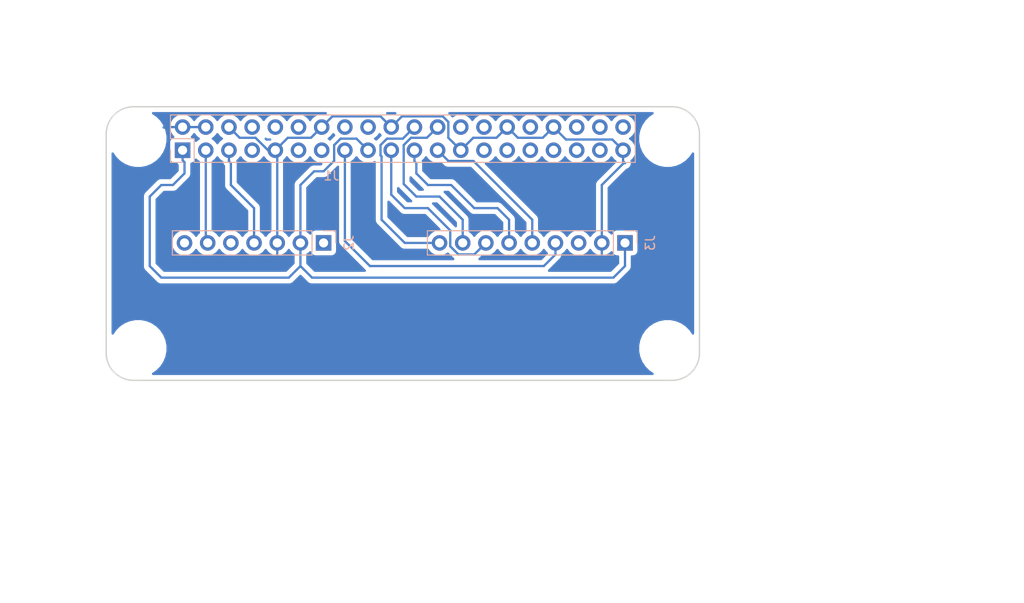
<source format=kicad_pcb>
(kicad_pcb (version 20171130) (host pcbnew "(5.1.2-1)-1")

  (general
    (thickness 1.6)
    (drawings 20)
    (tracks 118)
    (zones 0)
    (modules 7)
    (nets 36)
  )

  (page A4)
  (title_block
    (title "Raspberry Pi Zero (W) uHAT Template Board")
    (date 2019-02-28)
    (rev 1.0)
    (comment 1 "This PCB design is licensed under MIT Open Source License.")
  )

  (layers
    (0 F.Cu signal hide)
    (31 B.Cu signal)
    (32 B.Adhes user)
    (33 F.Adhes user)
    (34 B.Paste user)
    (35 F.Paste user)
    (36 B.SilkS user)
    (37 F.SilkS user)
    (38 B.Mask user)
    (39 F.Mask user)
    (40 Dwgs.User user)
    (41 Cmts.User user)
    (42 Eco1.User user)
    (43 Eco2.User user)
    (44 Edge.Cuts user)
    (45 Margin user)
    (46 B.CrtYd user)
    (47 F.CrtYd user)
    (48 B.Fab user hide)
    (49 F.Fab user hide)
  )

  (setup
    (last_trace_width 0.25)
    (trace_clearance 0.2)
    (zone_clearance 0.508)
    (zone_45_only no)
    (trace_min 0.2)
    (via_size 0.8)
    (via_drill 0.4)
    (via_min_size 0.4)
    (via_min_drill 0.3)
    (uvia_size 0.3)
    (uvia_drill 0.1)
    (uvias_allowed no)
    (uvia_min_size 0.2)
    (uvia_min_drill 0.1)
    (edge_width 0.15)
    (segment_width 0.2)
    (pcb_text_width 0.3)
    (pcb_text_size 1.5 1.5)
    (mod_edge_width 0.15)
    (mod_text_size 1 1)
    (mod_text_width 0.15)
    (pad_size 1.524 1.524)
    (pad_drill 0.762)
    (pad_to_mask_clearance 0.051)
    (solder_mask_min_width 0.25)
    (aux_axis_origin 0 0)
    (grid_origin 121.032 94.568)
    (visible_elements FFFF7F7F)
    (pcbplotparams
      (layerselection 0x010fc_ffffffff)
      (usegerberextensions false)
      (usegerberattributes false)
      (usegerberadvancedattributes false)
      (creategerberjobfile false)
      (excludeedgelayer true)
      (linewidth 0.100000)
      (plotframeref false)
      (viasonmask false)
      (mode 1)
      (useauxorigin false)
      (hpglpennumber 1)
      (hpglpenspeed 20)
      (hpglpendiameter 15.000000)
      (psnegative false)
      (psa4output false)
      (plotreference true)
      (plotvalue true)
      (plotinvisibletext false)
      (padsonsilk false)
      (subtractmaskfromsilk false)
      (outputformat 1)
      (mirror false)
      (drillshape 1)
      (scaleselection 1)
      (outputdirectory ""))
  )

  (net 0 "")
  (net 1 +3V3)
  (net 2 +5V)
  (net 3 /GPIO2_SDA1)
  (net 4 /GPIO3_SCL1)
  (net 5 GND)
  (net 6 /GPIO4_GPIO_GCLK)
  (net 7 /GPIO14_TXD0)
  (net 8 /GPIO15_RXD0)
  (net 9 /GPIO17_GEN0)
  (net 10 /GPIO18_GEN1)
  (net 11 /GPIO27_GEN2)
  (net 12 /GPIO22_GEN3)
  (net 13 /GPIO23_GEN4)
  (net 14 /GPIO24_GEN5)
  (net 15 /GPIO10_SPI_MOSI)
  (net 16 /GPIO9_SPI_MISO)
  (net 17 /GPIO25_GEN6)
  (net 18 /GPIO11_SPI_SCLK)
  (net 19 /GPIO8_SPI_CE0_N)
  (net 20 /GPIO7_SPI_CE1_N)
  (net 21 /ID_SD)
  (net 22 /ID_SC)
  (net 23 /GPIO5)
  (net 24 /GPIO6)
  (net 25 /GPIO12)
  (net 26 /GPIO13)
  (net 27 /GPIO19)
  (net 28 /GPIO16)
  (net 29 /GPIO26)
  (net 30 /GPIO20)
  (net 31 /GPIO21)
  (net 32 "Net-(J2-Pad7)")
  (net 33 "Net-(J2-Pad5)")
  (net 34 "Net-(J2-Pad1)")
  (net 35 "Net-(J3-Pad3)")

  (net_class Default "This is the default net class."
    (clearance 0.2)
    (trace_width 0.25)
    (via_dia 0.8)
    (via_drill 0.4)
    (uvia_dia 0.3)
    (uvia_drill 0.1)
    (add_net +3V3)
    (add_net +5V)
    (add_net /GPIO10_SPI_MOSI)
    (add_net /GPIO11_SPI_SCLK)
    (add_net /GPIO12)
    (add_net /GPIO13)
    (add_net /GPIO14_TXD0)
    (add_net /GPIO15_RXD0)
    (add_net /GPIO16)
    (add_net /GPIO17_GEN0)
    (add_net /GPIO18_GEN1)
    (add_net /GPIO19)
    (add_net /GPIO20)
    (add_net /GPIO21)
    (add_net /GPIO22_GEN3)
    (add_net /GPIO23_GEN4)
    (add_net /GPIO24_GEN5)
    (add_net /GPIO25_GEN6)
    (add_net /GPIO26)
    (add_net /GPIO27_GEN2)
    (add_net /GPIO2_SDA1)
    (add_net /GPIO3_SCL1)
    (add_net /GPIO4_GPIO_GCLK)
    (add_net /GPIO5)
    (add_net /GPIO6)
    (add_net /GPIO7_SPI_CE1_N)
    (add_net /GPIO8_SPI_CE0_N)
    (add_net /GPIO9_SPI_MISO)
    (add_net /ID_SC)
    (add_net /ID_SD)
    (add_net GND)
    (add_net "Net-(J2-Pad1)")
    (add_net "Net-(J2-Pad5)")
    (add_net "Net-(J2-Pad7)")
    (add_net "Net-(J3-Pad3)")
  )

  (module Connector_PinSocket_2.54mm:PinSocket_1x07_P2.54mm_Vertical (layer B.Cu) (tedit 5A19A433) (tstamp 5DA58E48)
    (at 141.352 105.998 90)
    (descr "Through hole straight socket strip, 1x07, 2.54mm pitch, single row (from Kicad 4.0.7), script generated")
    (tags "Through hole socket strip THT 1x07 2.54mm single row")
    (path /5DA5C111)
    (fp_text reference J2 (at 0 2.77 270) (layer B.SilkS)
      (effects (font (size 1 1) (thickness 0.15)) (justify mirror))
    )
    (fp_text value BME680_CONNECTOR (at 0 -18.01 270) (layer B.Fab)
      (effects (font (size 1 1) (thickness 0.15)) (justify mirror))
    )
    (fp_text user %R (at 0 -7.62) (layer B.Fab)
      (effects (font (size 1 1) (thickness 0.15)) (justify mirror))
    )
    (fp_line (start -1.8 -17) (end -1.8 1.8) (layer B.CrtYd) (width 0.05))
    (fp_line (start 1.75 -17) (end -1.8 -17) (layer B.CrtYd) (width 0.05))
    (fp_line (start 1.75 1.8) (end 1.75 -17) (layer B.CrtYd) (width 0.05))
    (fp_line (start -1.8 1.8) (end 1.75 1.8) (layer B.CrtYd) (width 0.05))
    (fp_line (start 0 1.33) (end 1.33 1.33) (layer B.SilkS) (width 0.12))
    (fp_line (start 1.33 1.33) (end 1.33 0) (layer B.SilkS) (width 0.12))
    (fp_line (start 1.33 -1.27) (end 1.33 -16.57) (layer B.SilkS) (width 0.12))
    (fp_line (start -1.33 -16.57) (end 1.33 -16.57) (layer B.SilkS) (width 0.12))
    (fp_line (start -1.33 -1.27) (end -1.33 -16.57) (layer B.SilkS) (width 0.12))
    (fp_line (start -1.33 -1.27) (end 1.33 -1.27) (layer B.SilkS) (width 0.12))
    (fp_line (start -1.27 -16.51) (end -1.27 1.27) (layer B.Fab) (width 0.1))
    (fp_line (start 1.27 -16.51) (end -1.27 -16.51) (layer B.Fab) (width 0.1))
    (fp_line (start 1.27 0.635) (end 1.27 -16.51) (layer B.Fab) (width 0.1))
    (fp_line (start 0.635 1.27) (end 1.27 0.635) (layer B.Fab) (width 0.1))
    (fp_line (start -1.27 1.27) (end 0.635 1.27) (layer B.Fab) (width 0.1))
    (pad 7 thru_hole oval (at 0 -15.24 90) (size 1.7 1.7) (drill 1) (layers *.Cu *.Mask)
      (net 32 "Net-(J2-Pad7)"))
    (pad 6 thru_hole oval (at 0 -12.7 90) (size 1.7 1.7) (drill 1) (layers *.Cu *.Mask)
      (net 3 /GPIO2_SDA1))
    (pad 5 thru_hole oval (at 0 -10.16 90) (size 1.7 1.7) (drill 1) (layers *.Cu *.Mask)
      (net 33 "Net-(J2-Pad5)"))
    (pad 4 thru_hole oval (at 0 -7.62 90) (size 1.7 1.7) (drill 1) (layers *.Cu *.Mask)
      (net 4 /GPIO3_SCL1))
    (pad 3 thru_hole oval (at 0 -5.08 90) (size 1.7 1.7) (drill 1) (layers *.Cu *.Mask)
      (net 5 GND))
    (pad 2 thru_hole oval (at 0 -2.54 90) (size 1.7 1.7) (drill 1) (layers *.Cu *.Mask)
      (net 1 +3V3))
    (pad 1 thru_hole rect (at 0 0 90) (size 1.7 1.7) (drill 1) (layers *.Cu *.Mask)
      (net 34 "Net-(J2-Pad1)"))
    (model ${KISYS3DMOD}/Connector_PinSocket_2.54mm.3dshapes/PinSocket_1x07_P2.54mm_Vertical.wrl
      (at (xyz 0 0 0))
      (scale (xyz 1 1 1))
      (rotate (xyz 0 0 0))
    )
  )

  (module Connector_PinSocket_2.54mm:PinSocket_1x09_P2.54mm_Vertical (layer B.Cu) (tedit 5A19A431) (tstamp 5DA58DF6)
    (at 174.372 105.998 90)
    (descr "Through hole straight socket strip, 1x09, 2.54mm pitch, single row (from Kicad 4.0.7), script generated")
    (tags "Through hole socket strip THT 1x09 2.54mm single row")
    (path /5DA5D048)
    (fp_text reference J3 (at 0 2.77 270) (layer B.SilkS)
      (effects (font (size 1 1) (thickness 0.15)) (justify mirror))
    )
    (fp_text value RFM95W_CONNECTOR (at 0 -23.09 270) (layer B.Fab)
      (effects (font (size 1 1) (thickness 0.15)) (justify mirror))
    )
    (fp_line (start -1.27 1.27) (end 0.635 1.27) (layer B.Fab) (width 0.1))
    (fp_line (start 0.635 1.27) (end 1.27 0.635) (layer B.Fab) (width 0.1))
    (fp_line (start 1.27 0.635) (end 1.27 -21.59) (layer B.Fab) (width 0.1))
    (fp_line (start 1.27 -21.59) (end -1.27 -21.59) (layer B.Fab) (width 0.1))
    (fp_line (start -1.27 -21.59) (end -1.27 1.27) (layer B.Fab) (width 0.1))
    (fp_line (start -1.33 -1.27) (end 1.33 -1.27) (layer B.SilkS) (width 0.12))
    (fp_line (start -1.33 -1.27) (end -1.33 -21.65) (layer B.SilkS) (width 0.12))
    (fp_line (start -1.33 -21.65) (end 1.33 -21.65) (layer B.SilkS) (width 0.12))
    (fp_line (start 1.33 -1.27) (end 1.33 -21.65) (layer B.SilkS) (width 0.12))
    (fp_line (start 1.33 1.33) (end 1.33 0) (layer B.SilkS) (width 0.12))
    (fp_line (start 0 1.33) (end 1.33 1.33) (layer B.SilkS) (width 0.12))
    (fp_line (start -1.8 1.8) (end 1.75 1.8) (layer B.CrtYd) (width 0.05))
    (fp_line (start 1.75 1.8) (end 1.75 -22.1) (layer B.CrtYd) (width 0.05))
    (fp_line (start 1.75 -22.1) (end -1.8 -22.1) (layer B.CrtYd) (width 0.05))
    (fp_line (start -1.8 -22.1) (end -1.8 1.8) (layer B.CrtYd) (width 0.05))
    (fp_text user %R (at 0 -10.16) (layer B.Fab)
      (effects (font (size 1 1) (thickness 0.15)) (justify mirror))
    )
    (pad 1 thru_hole rect (at 0 0 90) (size 1.7 1.7) (drill 1) (layers *.Cu *.Mask)
      (net 1 +3V3))
    (pad 2 thru_hole oval (at 0 -2.54 90) (size 1.7 1.7) (drill 1) (layers *.Cu *.Mask)
      (net 5 GND))
    (pad 3 thru_hole oval (at 0 -5.08 90) (size 1.7 1.7) (drill 1) (layers *.Cu *.Mask)
      (net 35 "Net-(J3-Pad3)"))
    (pad 4 thru_hole oval (at 0 -7.62 90) (size 1.7 1.7) (drill 1) (layers *.Cu *.Mask)
      (net 12 /GPIO22_GEN3))
    (pad 5 thru_hole oval (at 0 -10.16 90) (size 1.7 1.7) (drill 1) (layers *.Cu *.Mask)
      (net 18 /GPIO11_SPI_SCLK))
    (pad 6 thru_hole oval (at 0 -12.7 90) (size 1.7 1.7) (drill 1) (layers *.Cu *.Mask)
      (net 16 /GPIO9_SPI_MISO))
    (pad 7 thru_hole oval (at 0 -15.24 90) (size 1.7 1.7) (drill 1) (layers *.Cu *.Mask)
      (net 15 /GPIO10_SPI_MOSI))
    (pad 8 thru_hole oval (at 0 -17.78 90) (size 1.7 1.7) (drill 1) (layers *.Cu *.Mask)
      (net 19 /GPIO8_SPI_CE0_N))
    (pad 9 thru_hole oval (at 0 -20.32 90) (size 1.7 1.7) (drill 1) (layers *.Cu *.Mask)
      (net 17 /GPIO25_GEN6))
    (model ${KISYS3DMOD}/Connector_PinSocket_2.54mm.3dshapes/PinSocket_1x09_P2.54mm_Vertical.wrl
      (at (xyz 0 0 0))
      (scale (xyz 1 1 1))
      (rotate (xyz 0 0 0))
    )
  )

  (module lib:PinSocket_2x20_P2.54mm_Vertical_Centered_Anchor (layer B.Cu) (tedit 5C78E1B8) (tstamp 5C78EB08)
    (at 125.902 95.838 270)
    (descr "Through hole straight socket strip, 2x20, 2.54mm pitch, double cols (from Kicad 4.0.7), script generated")
    (tags "Through hole socket strip THT 2x20 2.54mm double row")
    (path /5C77771F)
    (fp_text reference J1 (at 2.8 -16.3) (layer B.SilkS)
      (effects (font (size 1 1) (thickness 0.15)) (justify mirror))
    )
    (fp_text value GPIO_CONNECTOR (at 2.7 -27.3) (layer B.Fab)
      (effects (font (size 1 1) (thickness 0.15)) (justify mirror))
    )
    (fp_line (start -3.81 1.27) (end 0.27 1.27) (layer B.Fab) (width 0.1))
    (fp_line (start 0.27 1.27) (end 1.27 0.27) (layer B.Fab) (width 0.1))
    (fp_line (start 1.27 0.27) (end 1.27 -49.53) (layer B.Fab) (width 0.1))
    (fp_line (start 1.27 -49.53) (end -3.81 -49.53) (layer B.Fab) (width 0.1))
    (fp_line (start -3.81 -49.53) (end -3.81 1.27) (layer B.Fab) (width 0.1))
    (fp_line (start -3.87 1.33) (end -1.27 1.33) (layer B.SilkS) (width 0.12))
    (fp_line (start -3.87 1.33) (end -3.87 -49.59) (layer B.SilkS) (width 0.12))
    (fp_line (start -3.87 -49.59) (end 1.33 -49.59) (layer B.SilkS) (width 0.12))
    (fp_line (start 1.33 -1.27) (end 1.33 -49.59) (layer B.SilkS) (width 0.12))
    (fp_line (start -1.27 -1.27) (end 1.33 -1.27) (layer B.SilkS) (width 0.12))
    (fp_line (start -1.27 1.33) (end -1.27 -1.27) (layer B.SilkS) (width 0.12))
    (fp_line (start 1.33 1.33) (end 1.33 0) (layer B.SilkS) (width 0.12))
    (fp_line (start 0 1.33) (end 1.33 1.33) (layer B.SilkS) (width 0.12))
    (fp_line (start -4.34 1.8) (end 1.76 1.8) (layer B.CrtYd) (width 0.05))
    (fp_line (start 1.76 1.8) (end 1.76 -50) (layer B.CrtYd) (width 0.05))
    (fp_line (start 1.76 -50) (end -4.34 -50) (layer B.CrtYd) (width 0.05))
    (fp_line (start -4.34 -50) (end -4.34 1.8) (layer B.CrtYd) (width 0.05))
    (fp_text user %R (at 2.8 -18.3 180) (layer B.Fab)
      (effects (font (size 1 1) (thickness 0.15)) (justify mirror))
    )
    (pad 1 thru_hole rect (at 0 0 270) (size 1.7 1.7) (drill 1) (layers *.Cu *.Mask)
      (net 1 +3V3))
    (pad 2 thru_hole oval (at -2.54 0 270) (size 1.7 1.7) (drill 1) (layers *.Cu *.Mask)
      (net 2 +5V))
    (pad 3 thru_hole oval (at 0 -2.54 270) (size 1.7 1.7) (drill 1) (layers *.Cu *.Mask)
      (net 3 /GPIO2_SDA1))
    (pad 4 thru_hole oval (at -2.54 -2.54 270) (size 1.7 1.7) (drill 1) (layers *.Cu *.Mask)
      (net 2 +5V))
    (pad 5 thru_hole oval (at 0 -5.08 270) (size 1.7 1.7) (drill 1) (layers *.Cu *.Mask)
      (net 4 /GPIO3_SCL1))
    (pad 6 thru_hole oval (at -2.54 -5.08 270) (size 1.7 1.7) (drill 1) (layers *.Cu *.Mask)
      (net 5 GND))
    (pad 7 thru_hole oval (at 0 -7.62 270) (size 1.7 1.7) (drill 1) (layers *.Cu *.Mask)
      (net 6 /GPIO4_GPIO_GCLK))
    (pad 8 thru_hole oval (at -2.54 -7.62 270) (size 1.7 1.7) (drill 1) (layers *.Cu *.Mask)
      (net 7 /GPIO14_TXD0))
    (pad 9 thru_hole oval (at 0 -10.16 270) (size 1.7 1.7) (drill 1) (layers *.Cu *.Mask)
      (net 5 GND))
    (pad 10 thru_hole oval (at -2.54 -10.16 270) (size 1.7 1.7) (drill 1) (layers *.Cu *.Mask)
      (net 8 /GPIO15_RXD0))
    (pad 11 thru_hole oval (at 0 -12.7 270) (size 1.7 1.7) (drill 1) (layers *.Cu *.Mask)
      (net 9 /GPIO17_GEN0))
    (pad 12 thru_hole oval (at -2.54 -12.7 270) (size 1.7 1.7) (drill 1) (layers *.Cu *.Mask)
      (net 10 /GPIO18_GEN1))
    (pad 13 thru_hole oval (at 0 -15.24 270) (size 1.7 1.7) (drill 1) (layers *.Cu *.Mask)
      (net 11 /GPIO27_GEN2))
    (pad 14 thru_hole oval (at -2.54 -15.24 270) (size 1.7 1.7) (drill 1) (layers *.Cu *.Mask)
      (net 5 GND))
    (pad 15 thru_hole oval (at 0 -17.78 270) (size 1.7 1.7) (drill 1) (layers *.Cu *.Mask)
      (net 12 /GPIO22_GEN3))
    (pad 16 thru_hole oval (at -2.54 -17.78 270) (size 1.7 1.7) (drill 1) (layers *.Cu *.Mask)
      (net 13 /GPIO23_GEN4))
    (pad 17 thru_hole oval (at 0 -20.32 270) (size 1.7 1.7) (drill 1) (layers *.Cu *.Mask)
      (net 1 +3V3))
    (pad 18 thru_hole oval (at -2.54 -20.32 270) (size 1.7 1.7) (drill 1) (layers *.Cu *.Mask)
      (net 14 /GPIO24_GEN5))
    (pad 19 thru_hole oval (at 0 -22.86 270) (size 1.7 1.7) (drill 1) (layers *.Cu *.Mask)
      (net 15 /GPIO10_SPI_MOSI))
    (pad 20 thru_hole oval (at -2.54 -22.86 270) (size 1.7 1.7) (drill 1) (layers *.Cu *.Mask)
      (net 5 GND))
    (pad 21 thru_hole oval (at 0 -25.4 270) (size 1.7 1.7) (drill 1) (layers *.Cu *.Mask)
      (net 16 /GPIO9_SPI_MISO))
    (pad 22 thru_hole oval (at -2.54 -25.4 270) (size 1.7 1.7) (drill 1) (layers *.Cu *.Mask)
      (net 17 /GPIO25_GEN6))
    (pad 23 thru_hole oval (at 0 -27.94 270) (size 1.7 1.7) (drill 1) (layers *.Cu *.Mask)
      (net 18 /GPIO11_SPI_SCLK))
    (pad 24 thru_hole oval (at -2.54 -27.94 270) (size 1.7 1.7) (drill 1) (layers *.Cu *.Mask)
      (net 19 /GPIO8_SPI_CE0_N))
    (pad 25 thru_hole oval (at 0 -30.48 270) (size 1.7 1.7) (drill 1) (layers *.Cu *.Mask)
      (net 5 GND))
    (pad 26 thru_hole oval (at -2.54 -30.48 270) (size 1.7 1.7) (drill 1) (layers *.Cu *.Mask)
      (net 20 /GPIO7_SPI_CE1_N))
    (pad 27 thru_hole oval (at 0 -33.02 270) (size 1.7 1.7) (drill 1) (layers *.Cu *.Mask)
      (net 21 /ID_SD))
    (pad 28 thru_hole oval (at -2.54 -33.02 270) (size 1.7 1.7) (drill 1) (layers *.Cu *.Mask)
      (net 22 /ID_SC))
    (pad 29 thru_hole oval (at 0 -35.56 270) (size 1.7 1.7) (drill 1) (layers *.Cu *.Mask)
      (net 23 /GPIO5))
    (pad 30 thru_hole oval (at -2.54 -35.56 270) (size 1.7 1.7) (drill 1) (layers *.Cu *.Mask)
      (net 5 GND))
    (pad 31 thru_hole oval (at 0 -38.1 270) (size 1.7 1.7) (drill 1) (layers *.Cu *.Mask)
      (net 24 /GPIO6))
    (pad 32 thru_hole oval (at -2.54 -38.1 270) (size 1.7 1.7) (drill 1) (layers *.Cu *.Mask)
      (net 25 /GPIO12))
    (pad 33 thru_hole oval (at 0 -40.64 270) (size 1.7 1.7) (drill 1) (layers *.Cu *.Mask)
      (net 26 /GPIO13))
    (pad 34 thru_hole oval (at -2.54 -40.64 270) (size 1.7 1.7) (drill 1) (layers *.Cu *.Mask)
      (net 5 GND))
    (pad 35 thru_hole oval (at 0 -43.18 270) (size 1.7 1.7) (drill 1) (layers *.Cu *.Mask)
      (net 27 /GPIO19))
    (pad 36 thru_hole oval (at -2.54 -43.18 270) (size 1.7 1.7) (drill 1) (layers *.Cu *.Mask)
      (net 28 /GPIO16))
    (pad 37 thru_hole oval (at 0 -45.72 270) (size 1.7 1.7) (drill 1) (layers *.Cu *.Mask)
      (net 29 /GPIO26))
    (pad 38 thru_hole oval (at -2.54 -45.72 270) (size 1.7 1.7) (drill 1) (layers *.Cu *.Mask)
      (net 30 /GPIO20))
    (pad 39 thru_hole oval (at 0 -48.26 270) (size 1.7 1.7) (drill 1) (layers *.Cu *.Mask)
      (net 5 GND))
    (pad 40 thru_hole oval (at -2.54 -48.26 270) (size 1.7 1.7) (drill 1) (layers *.Cu *.Mask)
      (net 31 /GPIO21))
    (model ${KISYS3DMOD}/Connector_PinSocket_2.54mm.3dshapes/PinSocket_2x20_P2.54mm_Vertical.wrl
      (at (xyz 0 0 0))
      (scale (xyz 1 1 1))
      (rotate (xyz 0 0 0))
    )
  )

  (module lib:MountingHole_2.7mm_M2.5_uHAT_RPi locked (layer F.Cu) (tedit 5C78B840) (tstamp 5C78BBE2)
    (at 121.032 94.568)
    (descr "Mounting Hole 2.7mm, no annular, M2.5")
    (tags "mounting hole 2.7mm no annular m2.5")
    (path /5C7C4C81)
    (attr virtual)
    (fp_text reference H1 (at 0 -3.7) (layer F.SilkS) hide
      (effects (font (size 1 1) (thickness 0.15)))
    )
    (fp_text value MountingHole (at 0 3.7) (layer F.Fab) hide
      (effects (font (size 1 1) (thickness 0.15)))
    )
    (fp_text user %R (at 0.3 0) (layer F.Fab)
      (effects (font (size 1 1) (thickness 0.15)))
    )
    (fp_circle (center 0 0) (end 2.7 0) (layer Cmts.User) (width 0.15))
    (fp_circle (center 0 0) (end 2.95 0) (layer F.CrtYd) (width 0.05))
    (pad "" np_thru_hole circle (at 0 0) (size 2.7 2.7) (drill 2.7) (layers *.Cu *.Mask)
      (clearance 1.75))
  )

  (module lib:MountingHole_2.7mm_M2.5_uHAT_RPi locked (layer F.Cu) (tedit 5C78B867) (tstamp 5C78BBE9)
    (at 179.032 94.568)
    (descr "Mounting Hole 2.7mm, no annular, M2.5")
    (tags "mounting hole 2.7mm no annular m2.5")
    (path /5C7C7FBC)
    (attr virtual)
    (fp_text reference H2 (at 0 -3.7) (layer F.SilkS) hide
      (effects (font (size 1 1) (thickness 0.15)))
    )
    (fp_text value MountingHole (at 0 3.7) (layer F.Fab) hide
      (effects (font (size 1 1) (thickness 0.15)))
    )
    (fp_circle (center 0 0) (end 2.95 0) (layer F.CrtYd) (width 0.05))
    (fp_circle (center 0 0) (end 2.7 0) (layer Cmts.User) (width 0.15))
    (fp_text user %R (at 0.3 0) (layer F.Fab)
      (effects (font (size 1 1) (thickness 0.15)))
    )
    (pad "" np_thru_hole circle (at 0 0) (size 2.7 2.7) (drill 2.7) (layers *.Cu *.Mask)
      (clearance 1.75))
  )

  (module lib:MountingHole_2.7mm_M2.5_uHAT_RPi locked (layer F.Cu) (tedit 5C78B860) (tstamp 5C78BBF0)
    (at 179.032 117.568)
    (descr "Mounting Hole 2.7mm, no annular, M2.5")
    (tags "mounting hole 2.7mm no annular m2.5")
    (path /5C7C8014)
    (attr virtual)
    (fp_text reference H3 (at 0 -3.7) (layer F.SilkS) hide
      (effects (font (size 1 1) (thickness 0.15)))
    )
    (fp_text value MountingHole (at 0 3.7) (layer F.Fab) hide
      (effects (font (size 1 1) (thickness 0.15)))
    )
    (fp_text user %R (at 0.3 0) (layer F.Fab)
      (effects (font (size 1 1) (thickness 0.15)))
    )
    (fp_circle (center 0 0) (end 2.7 0) (layer Cmts.User) (width 0.15))
    (fp_circle (center 0 0) (end 2.95 0) (layer F.CrtYd) (width 0.05))
    (pad "" np_thru_hole circle (at 0 0) (size 2.7 2.7) (drill 2.7) (layers *.Cu *.Mask)
      (clearance 1.75))
  )

  (module lib:MountingHole_2.7mm_M2.5_uHAT_RPi locked (layer F.Cu) (tedit 5C78B845) (tstamp 5C78BBF7)
    (at 121.032 117.568)
    (descr "Mounting Hole 2.7mm, no annular, M2.5")
    (tags "mounting hole 2.7mm no annular m2.5")
    (path /5C7C8030)
    (attr virtual)
    (fp_text reference H4 (at 0 -3.7) (layer F.SilkS) hide
      (effects (font (size 1 1) (thickness 0.15)))
    )
    (fp_text value MountingHole (at 0 3.7) (layer F.Fab) hide
      (effects (font (size 1 1) (thickness 0.15)))
    )
    (fp_circle (center 0 0) (end 2.95 0) (layer F.CrtYd) (width 0.05))
    (fp_circle (center 0 0) (end 2.7 0) (layer Cmts.User) (width 0.15))
    (fp_text user %R (at 0.3 0) (layer F.Fab)
      (effects (font (size 1 1) (thickness 0.15)))
    )
    (pad "" np_thru_hole circle (at 0 0) (size 2.7 2.7) (drill 2.7) (layers *.Cu *.Mask)
      (clearance 1.75))
  )

  (gr_text "Board dimensions are on Cmts (Comments) layer. \nDeselect it in Layers Manager to make them invisible.\n\nGPIO connector nets are not connected, these will get \nupdated as per your schematic/netlist." (at 120.524 139.272) (layer Cmts.User)
    (effects (font (size 1.5 1.5) (thickness 0.3)) (justify left))
  )
  (gr_text "Board Corner Radius = 3mm\nAll holes are M2.5" (at 184.278 87.202) (layer Cmts.User)
    (effects (font (size 1.5 1.5) (thickness 0.3)) (justify left))
  )
  (dimension 29 (width 0.3) (layer Cmts.User)
    (gr_text "29.000 mm" (at 135.532 103.868) (layer Cmts.User)
      (effects (font (size 1.5 1.5) (thickness 0.3)))
    )
    (feature1 (pts (xy 121.032 94.568) (xy 121.032 102.354421)))
    (feature2 (pts (xy 150.032 94.568) (xy 150.032 102.354421)))
    (crossbar (pts (xy 150.032 101.768) (xy 121.032 101.768)))
    (arrow1a (pts (xy 121.032 101.768) (xy 122.158504 101.181579)))
    (arrow1b (pts (xy 121.032 101.768) (xy 122.158504 102.354421)))
    (arrow2a (pts (xy 150.032 101.768) (xy 148.905496 101.181579)))
    (arrow2b (pts (xy 150.032 101.768) (xy 148.905496 102.354421)))
  )
  (dimension 6.2 (width 0.3) (layer Cmts.User)
    (gr_text "6.200 mm" (at 179.032 129.268) (layer Cmts.User)
      (effects (font (size 1.5 1.5) (thickness 0.3)))
    )
    (feature1 (pts (xy 182.132 117.568) (xy 182.132 127.754421)))
    (feature2 (pts (xy 175.932 117.568) (xy 175.932 127.754421)))
    (crossbar (pts (xy 175.932 127.168) (xy 182.132 127.168)))
    (arrow1a (pts (xy 182.132 127.168) (xy 181.005496 127.754421)))
    (arrow1b (pts (xy 182.132 127.168) (xy 181.005496 126.581579)))
    (arrow2a (pts (xy 175.932 127.168) (xy 177.058504 127.754421)))
    (arrow2b (pts (xy 175.932 127.168) (xy 177.058504 126.581579)))
  )
  (dimension 3.5 (width 0.3) (layer Cmts.User)
    (gr_text "3.500 mm" (at 111.432 119.318 270) (layer Cmts.User)
      (effects (font (size 1.5 1.5) (thickness 0.3)))
    )
    (feature1 (pts (xy 121.032 121.068) (xy 112.945579 121.068)))
    (feature2 (pts (xy 121.032 117.568) (xy 112.945579 117.568)))
    (crossbar (pts (xy 113.532 117.568) (xy 113.532 121.068)))
    (arrow1a (pts (xy 113.532 121.068) (xy 112.945579 119.941496)))
    (arrow1b (pts (xy 113.532 121.068) (xy 114.118421 119.941496)))
    (arrow2a (pts (xy 113.532 117.568) (xy 112.945579 118.694504)))
    (arrow2b (pts (xy 113.532 117.568) (xy 114.118421 118.694504)))
  )
  (dimension 3.5 (width 0.3) (layer Cmts.User)
    (gr_text "3.500 mm" (at 119.282 125.668) (layer Cmts.User)
      (effects (font (size 1.5 1.5) (thickness 0.3)))
    )
    (feature1 (pts (xy 117.532 117.568) (xy 117.532 124.154421)))
    (feature2 (pts (xy 121.032 117.568) (xy 121.032 124.154421)))
    (crossbar (pts (xy 121.032 123.568) (xy 117.532 123.568)))
    (arrow1a (pts (xy 117.532 123.568) (xy 118.658504 122.981579)))
    (arrow1b (pts (xy 117.532 123.568) (xy 118.658504 124.154421)))
    (arrow2a (pts (xy 121.032 123.568) (xy 119.905496 122.981579)))
    (arrow2b (pts (xy 121.032 123.568) (xy 119.905496 124.154421)))
  )
  (dimension 30 (width 0.3) (layer Cmts.User)
    (gr_text "30.000 mm" (at 194.132 106.068 270) (layer Cmts.User)
      (effects (font (size 1.5 1.5) (thickness 0.3)))
    )
    (feature1 (pts (xy 179.032 121.068) (xy 192.618421 121.068)))
    (feature2 (pts (xy 179.032 91.068) (xy 192.618421 91.068)))
    (crossbar (pts (xy 192.032 91.068) (xy 192.032 121.068)))
    (arrow1a (pts (xy 192.032 121.068) (xy 191.445579 119.941496)))
    (arrow1b (pts (xy 192.032 121.068) (xy 192.618421 119.941496)))
    (arrow2a (pts (xy 192.032 91.068) (xy 191.445579 92.194504)))
    (arrow2b (pts (xy 192.032 91.068) (xy 192.618421 92.194504)))
  )
  (dimension 23 (width 0.3) (layer Cmts.User)
    (gr_text "23.000 mm" (at 188.632 106.068 270) (layer Cmts.User)
      (effects (font (size 1.5 1.5) (thickness 0.3)))
    )
    (feature1 (pts (xy 179.032 117.568) (xy 187.118421 117.568)))
    (feature2 (pts (xy 179.032 94.568) (xy 187.118421 94.568)))
    (crossbar (pts (xy 186.532 94.568) (xy 186.532 117.568)))
    (arrow1a (pts (xy 186.532 117.568) (xy 185.945579 116.441496)))
    (arrow1b (pts (xy 186.532 117.568) (xy 187.118421 116.441496)))
    (arrow2a (pts (xy 186.532 94.568) (xy 185.945579 95.694504)))
    (arrow2b (pts (xy 186.532 94.568) (xy 187.118421 95.694504)))
  )
  (dimension 65 (width 0.3) (layer Cmts.User)
    (gr_text "65.000 mm" (at 150.032 80.468) (layer Cmts.User)
      (effects (font (size 1.5 1.5) (thickness 0.3)))
    )
    (feature1 (pts (xy 182.532 94.568) (xy 182.532 81.981579)))
    (feature2 (pts (xy 117.532 94.568) (xy 117.532 81.981579)))
    (crossbar (pts (xy 117.532 82.568) (xy 182.532 82.568)))
    (arrow1a (pts (xy 182.532 82.568) (xy 181.405496 83.154421)))
    (arrow1b (pts (xy 182.532 82.568) (xy 181.405496 81.981579)))
    (arrow2a (pts (xy 117.532 82.568) (xy 118.658504 83.154421)))
    (arrow2b (pts (xy 117.532 82.568) (xy 118.658504 81.981579)))
  )
  (dimension 58 (width 0.3) (layer Cmts.User)
    (gr_text "58.000 mm" (at 150.032 84.968) (layer Cmts.User)
      (effects (font (size 1.5 1.5) (thickness 0.3)))
    )
    (feature1 (pts (xy 179.032 94.568) (xy 179.032 86.481579)))
    (feature2 (pts (xy 121.032 94.568) (xy 121.032 86.481579)))
    (crossbar (pts (xy 121.032 87.068) (xy 179.032 87.068)))
    (arrow1a (pts (xy 179.032 87.068) (xy 177.905496 87.654421)))
    (arrow1b (pts (xy 179.032 87.068) (xy 177.905496 86.481579)))
    (arrow2a (pts (xy 121.032 87.068) (xy 122.158504 87.654421)))
    (arrow2b (pts (xy 121.032 87.068) (xy 122.158504 86.481579)))
  )
  (gr_line (start 121.032 121.068) (end 120.532 121.068) (layer Edge.Cuts) (width 0.15) (tstamp 5C77FCD3))
  (gr_line (start 179.032 121.068) (end 179.532 121.068) (layer Edge.Cuts) (width 0.15) (tstamp 5C77FCD0))
  (gr_line (start 182.532 94.068) (end 182.532 118.068) (layer Edge.Cuts) (width 0.15) (tstamp 5C77FCCD))
  (gr_line (start 120.532 91.068) (end 179.532 91.068) (layer Edge.Cuts) (width 0.15) (tstamp 5C77FCCA))
  (gr_line (start 117.532 118.068) (end 117.532 94.068) (layer Edge.Cuts) (width 0.15) (tstamp 5C77FCC7))
  (gr_arc (start 120.532 94.068) (end 120.532 91.068) (angle -90) (layer Edge.Cuts) (width 0.15) (tstamp 5C77FCC4))
  (gr_arc (start 120.532 118.068) (end 117.532 118.068) (angle -90) (layer Edge.Cuts) (width 0.15) (tstamp 5C77FCC1))
  (gr_arc (start 179.532 118.068) (end 179.532 121.068) (angle -90) (layer Edge.Cuts) (width 0.15) (tstamp 5C77FCBE))
  (gr_arc (start 179.532 94.068) (end 182.532 94.068) (angle -90) (layer Edge.Cuts) (width 0.15) (tstamp 5C77FCBB))
  (gr_line (start 121.032 121.068) (end 179.032 121.068) (layer Edge.Cuts) (width 0.15) (tstamp 5C77FCB8))

  (segment (start 135.096999 94.662999) (end 135.497999 94.662999) (width 0.25) (layer B.Cu) (net 0))
  (segment (start 135.002 94.568) (end 135.096999 94.662999) (width 0.25) (layer B.Cu) (net 0))
  (segment (start 125.902 96.938) (end 126.112 97.148) (width 0.25) (layer B.Cu) (net 1))
  (segment (start 125.902 95.838) (end 125.902 96.938) (width 0.25) (layer B.Cu) (net 1))
  (segment (start 126.112 97.148) (end 126.112 98.378) (width 0.25) (layer B.Cu) (net 1))
  (segment (start 126.112 98.378) (end 124.842 99.648) (width 0.25) (layer B.Cu) (net 1))
  (segment (start 124.842 99.648) (end 123.572 99.648) (width 0.25) (layer B.Cu) (net 1))
  (segment (start 123.572 99.648) (end 122.302 100.918) (width 0.25) (layer B.Cu) (net 1))
  (segment (start 122.302 100.918) (end 122.302 108.538) (width 0.25) (layer B.Cu) (net 1))
  (segment (start 122.302 108.538) (end 123.572 109.808) (width 0.25) (layer B.Cu) (net 1))
  (segment (start 123.572 109.808) (end 137.542 109.808) (width 0.25) (layer B.Cu) (net 1))
  (segment (start 138.812 108.538) (end 138.812 107.200081) (width 0.25) (layer B.Cu) (net 1))
  (segment (start 138.812 107.200081) (end 138.812 105.998) (width 0.25) (layer B.Cu) (net 1))
  (segment (start 137.542 109.808) (end 138.812 108.538) (width 0.25) (layer B.Cu) (net 1))
  (segment (start 140.082 109.808) (end 138.812 108.538) (width 0.25) (layer B.Cu) (net 1))
  (segment (start 173.102 109.808) (end 140.082 109.808) (width 0.25) (layer B.Cu) (net 1))
  (segment (start 174.372 108.538) (end 173.102 109.808) (width 0.25) (layer B.Cu) (net 1))
  (segment (start 174.372 105.998) (end 174.372 108.538) (width 0.25) (layer B.Cu) (net 1))
  (segment (start 138.812 104.728) (end 138.812 105.998) (width 0.25) (layer B.Cu) (net 1))
  (segment (start 138.812 99.648) (end 138.812 104.728) (width 0.25) (layer B.Cu) (net 1))
  (segment (start 140.312002 98.147998) (end 138.812 99.648) (width 0.25) (layer B.Cu) (net 1))
  (segment (start 142.506999 95.273999) (end 142.506999 96.992999) (width 0.25) (layer B.Cu) (net 1))
  (segment (start 141.352 98.147998) (end 140.312002 98.147998) (width 0.25) (layer B.Cu) (net 1))
  (segment (start 142.506999 96.992999) (end 141.352 98.147998) (width 0.25) (layer B.Cu) (net 1))
  (segment (start 143.212998 94.568) (end 142.506999 95.273999) (width 0.25) (layer B.Cu) (net 1))
  (segment (start 144.952 94.568) (end 143.212998 94.568) (width 0.25) (layer B.Cu) (net 1))
  (segment (start 146.222 95.838) (end 144.952 94.568) (width 0.25) (layer B.Cu) (net 1))
  (segment (start 125.902 93.298) (end 128.442 93.298) (width 0.25) (layer B.Cu) (net 2))
  (segment (start 125.902 93.298) (end 123.846758 93.298) (width 0.25) (layer B.Cu) (net 2))
  (segment (start 123.846758 93.298) (end 123.833769 93.356311) (width 0.25) (layer B.Cu) (net 2))
  (segment (start 128.442 105.788) (end 128.652 105.998) (width 0.25) (layer B.Cu) (net 3))
  (segment (start 128.442 95.838) (end 128.442 105.788) (width 0.25) (layer B.Cu) (net 3))
  (segment (start 130.982 97.040081) (end 131.192 97.250081) (width 0.25) (layer B.Cu) (net 4))
  (segment (start 130.982 95.838) (end 130.982 97.040081) (width 0.25) (layer B.Cu) (net 4))
  (segment (start 131.192 97.250081) (end 131.192 99.648) (width 0.25) (layer B.Cu) (net 4))
  (segment (start 133.732 102.188) (end 133.732 105.998) (width 0.25) (layer B.Cu) (net 4))
  (segment (start 131.192 99.648) (end 133.732 102.188) (width 0.25) (layer B.Cu) (net 4))
  (segment (start 174.162 97.040081) (end 174.372 97.250081) (width 0.25) (layer B.Cu) (net 5))
  (segment (start 174.162 95.838) (end 174.162 97.040081) (width 0.25) (layer B.Cu) (net 5))
  (segment (start 174.372 97.250081) (end 174.229919 97.250081) (width 0.25) (layer B.Cu) (net 5))
  (segment (start 174.229919 97.250081) (end 171.832 99.648) (width 0.25) (layer B.Cu) (net 5))
  (segment (start 171.832 99.648) (end 171.832 105.998) (width 0.25) (layer B.Cu) (net 5))
  (segment (start 136.272 96.048) (end 136.062 95.838) (width 0.25) (layer B.Cu) (net 5))
  (segment (start 136.272 105.998) (end 136.272 96.048) (width 0.25) (layer B.Cu) (net 5))
  (segment (start 135.261002 95.838) (end 136.062 95.838) (width 0.25) (layer B.Cu) (net 5))
  (segment (start 133.896003 94.473001) (end 135.261002 95.838) (width 0.25) (layer B.Cu) (net 5))
  (segment (start 132.157001 94.473001) (end 133.896003 94.473001) (width 0.25) (layer B.Cu) (net 5))
  (segment (start 130.982 93.298) (end 132.157001 94.473001) (width 0.25) (layer B.Cu) (net 5))
  (segment (start 140.292001 94.147999) (end 141.142 93.298) (width 0.25) (layer B.Cu) (net 5))
  (segment (start 137.426999 94.473001) (end 139.966999 94.473001) (width 0.25) (layer B.Cu) (net 5))
  (segment (start 139.966999 94.473001) (end 140.292001 94.147999) (width 0.25) (layer B.Cu) (net 5))
  (segment (start 136.062 95.838) (end 137.426999 94.473001) (width 0.25) (layer B.Cu) (net 5))
  (segment (start 147.586999 92.122999) (end 147.912001 92.448001) (width 0.25) (layer B.Cu) (net 5))
  (segment (start 147.912001 92.448001) (end 148.762 93.298) (width 0.25) (layer B.Cu) (net 5))
  (segment (start 142.317001 92.122999) (end 147.586999 92.122999) (width 0.25) (layer B.Cu) (net 5))
  (segment (start 141.142 93.298) (end 142.317001 92.122999) (width 0.25) (layer B.Cu) (net 5))
  (segment (start 155.532001 94.988001) (end 156.382 95.838) (width 0.25) (layer B.Cu) (net 5))
  (segment (start 155.017001 94.473001) (end 155.532001 94.988001) (width 0.25) (layer B.Cu) (net 5))
  (segment (start 155.017001 92.733999) (end 155.017001 94.473001) (width 0.25) (layer B.Cu) (net 5))
  (segment (start 154.406001 92.122999) (end 155.017001 92.733999) (width 0.25) (layer B.Cu) (net 5))
  (segment (start 149.937001 92.122999) (end 154.406001 92.122999) (width 0.25) (layer B.Cu) (net 5))
  (segment (start 148.762 93.298) (end 149.937001 92.122999) (width 0.25) (layer B.Cu) (net 5))
  (segment (start 160.286999 94.473001) (end 160.612001 94.147999) (width 0.25) (layer B.Cu) (net 5))
  (segment (start 160.612001 94.147999) (end 161.462 93.298) (width 0.25) (layer B.Cu) (net 5))
  (segment (start 157.746999 94.473001) (end 160.286999 94.473001) (width 0.25) (layer B.Cu) (net 5))
  (segment (start 156.382 95.838) (end 157.746999 94.473001) (width 0.25) (layer B.Cu) (net 5))
  (segment (start 165.692001 94.147999) (end 166.542 93.298) (width 0.25) (layer B.Cu) (net 5))
  (segment (start 165.366999 94.473001) (end 165.692001 94.147999) (width 0.25) (layer B.Cu) (net 5))
  (segment (start 162.637001 94.473001) (end 165.366999 94.473001) (width 0.25) (layer B.Cu) (net 5))
  (segment (start 161.462 93.298) (end 162.637001 94.473001) (width 0.25) (layer B.Cu) (net 5))
  (segment (start 167.906999 94.662999) (end 172.986999 94.662999) (width 0.25) (layer B.Cu) (net 5))
  (segment (start 173.312001 94.988001) (end 174.162 95.838) (width 0.25) (layer B.Cu) (net 5))
  (segment (start 172.986999 94.662999) (end 173.312001 94.988001) (width 0.25) (layer B.Cu) (net 5))
  (segment (start 166.542 93.298) (end 167.906999 94.662999) (width 0.25) (layer B.Cu) (net 5))
  (segment (start 171.832 108.538) (end 171.832 105.998) (width 0.25) (layer B.Cu) (net 5))
  (segment (start 136.272 105.998) (end 136.272 108.538) (width 0.25) (layer B.Cu) (net 5))
  (segment (start 146.432 108.538) (end 143.682 105.788) (width 0.25) (layer B.Cu) (net 12))
  (segment (start 166.752 107.268) (end 165.482 108.538) (width 0.25) (layer B.Cu) (net 12))
  (segment (start 143.682 105.788) (end 143.682 95.838) (width 0.25) (layer B.Cu) (net 12))
  (segment (start 165.482 108.538) (end 146.432 108.538) (width 0.25) (layer B.Cu) (net 12))
  (segment (start 166.752 105.998) (end 166.752 107.268) (width 0.25) (layer B.Cu) (net 12))
  (segment (start 150.242 102.188) (end 148.762 100.708) (width 0.25) (layer B.Cu) (net 15))
  (segment (start 155.227001 104.633001) (end 152.782 102.188) (width 0.25) (layer B.Cu) (net 15))
  (segment (start 148.762 100.708) (end 148.762 95.838) (width 0.25) (layer B.Cu) (net 15))
  (segment (start 152.782 102.188) (end 150.242 102.188) (width 0.25) (layer B.Cu) (net 15))
  (segment (start 156.122998 107.268) (end 155.227001 106.372003) (width 0.25) (layer B.Cu) (net 15))
  (segment (start 155.227001 106.372003) (end 155.227001 104.633001) (width 0.25) (layer B.Cu) (net 15))
  (segment (start 157.862 107.268) (end 156.122998 107.268) (width 0.25) (layer B.Cu) (net 15))
  (segment (start 159.132 105.998) (end 157.862 107.268) (width 0.25) (layer B.Cu) (net 15))
  (segment (start 151.302 97.040081) (end 151.512 97.250081) (width 0.25) (layer B.Cu) (net 16))
  (segment (start 151.302 95.838) (end 151.302 97.040081) (width 0.25) (layer B.Cu) (net 16))
  (segment (start 151.512 97.250081) (end 151.512 98.378) (width 0.25) (layer B.Cu) (net 16))
  (segment (start 151.512 98.378) (end 152.782 99.648) (width 0.25) (layer B.Cu) (net 16))
  (segment (start 152.782 99.648) (end 155.322 99.648) (width 0.25) (layer B.Cu) (net 16))
  (segment (start 155.322 99.648) (end 157.862 102.188) (width 0.25) (layer B.Cu) (net 16))
  (segment (start 157.862 102.188) (end 160.402 102.188) (width 0.25) (layer B.Cu) (net 16))
  (segment (start 161.672 103.458) (end 161.672 105.998) (width 0.25) (layer B.Cu) (net 16))
  (segment (start 160.402 102.188) (end 161.672 103.458) (width 0.25) (layer B.Cu) (net 16))
  (segment (start 148.292998 94.568) (end 150.032 94.568) (width 0.25) (layer B.Cu) (net 17))
  (segment (start 147.586999 96.402001) (end 147.586999 95.273999) (width 0.25) (layer B.Cu) (net 17))
  (segment (start 147.702 96.517002) (end 147.586999 96.402001) (width 0.25) (layer B.Cu) (net 17))
  (segment (start 147.702 103.458) (end 147.702 96.517002) (width 0.25) (layer B.Cu) (net 17))
  (segment (start 150.032 94.568) (end 151.302 93.298) (width 0.25) (layer B.Cu) (net 17))
  (segment (start 147.586999 95.273999) (end 148.292998 94.568) (width 0.25) (layer B.Cu) (net 17))
  (segment (start 150.242 105.998) (end 147.702 103.458) (width 0.25) (layer B.Cu) (net 17))
  (segment (start 154.052 105.998) (end 150.242 105.998) (width 0.25) (layer B.Cu) (net 17))
  (segment (start 155.017001 97.013001) (end 157.767001 97.013001) (width 0.25) (layer B.Cu) (net 18))
  (segment (start 153.842 95.838) (end 155.017001 97.013001) (width 0.25) (layer B.Cu) (net 18))
  (segment (start 164.212 103.458) (end 164.212 105.998) (width 0.25) (layer B.Cu) (net 18))
  (segment (start 157.767001 97.013001) (end 164.212 103.458) (width 0.25) (layer B.Cu) (net 18))
  (segment (start 156.592 103.458) (end 156.592 105.998) (width 0.25) (layer B.Cu) (net 19))
  (segment (start 151.512 100.918) (end 154.052 100.918) (width 0.25) (layer B.Cu) (net 19))
  (segment (start 154.052 100.918) (end 156.592 103.458) (width 0.25) (layer B.Cu) (net 19))
  (segment (start 153.842 93.298) (end 152.666999 94.473001) (width 0.25) (layer B.Cu) (net 19))
  (segment (start 150.126999 99.532999) (end 151.512 100.918) (width 0.25) (layer B.Cu) (net 19))
  (segment (start 150.927997 94.473001) (end 150.126999 95.273999) (width 0.25) (layer B.Cu) (net 19))
  (segment (start 150.126999 95.273999) (end 150.126999 99.532999) (width 0.25) (layer B.Cu) (net 19))
  (segment (start 152.666999 94.473001) (end 150.927997 94.473001) (width 0.25) (layer B.Cu) (net 19))

  (zone (net 0) (net_name "") (layer B.Cu) (tstamp 0) (hatch edge 0.508)
    (connect_pads (clearance 0.508))
    (min_thickness 0.254)
    (fill yes (arc_segments 32) (thermal_gap 0.508) (thermal_bridge_width 0.508))
    (polygon
      (pts
        (xy 115.952 90.758) (xy 183.262 90.758) (xy 183.262 122.508) (xy 115.952 122.508)
      )
    )
    (filled_polygon
      (pts
        (xy 141.507995 91.857203) (xy 141.433111 91.834487) (xy 141.21495 91.813) (xy 141.06905 91.813) (xy 140.850889 91.834487)
        (xy 140.570966 91.919401) (xy 140.312986 92.057294) (xy 140.086866 92.242866) (xy 139.901294 92.468986) (xy 139.872 92.523791)
        (xy 139.842706 92.468986) (xy 139.657134 92.242866) (xy 139.431014 92.057294) (xy 139.173034 91.919401) (xy 138.893111 91.834487)
        (xy 138.67495 91.813) (xy 138.52905 91.813) (xy 138.310889 91.834487) (xy 138.030966 91.919401) (xy 137.772986 92.057294)
        (xy 137.546866 92.242866) (xy 137.361294 92.468986) (xy 137.332 92.523791) (xy 137.302706 92.468986) (xy 137.117134 92.242866)
        (xy 136.891014 92.057294) (xy 136.633034 91.919401) (xy 136.353111 91.834487) (xy 136.13495 91.813) (xy 135.98905 91.813)
        (xy 135.770889 91.834487) (xy 135.490966 91.919401) (xy 135.232986 92.057294) (xy 135.006866 92.242866) (xy 134.821294 92.468986)
        (xy 134.792 92.523791) (xy 134.762706 92.468986) (xy 134.577134 92.242866) (xy 134.351014 92.057294) (xy 134.093034 91.919401)
        (xy 133.813111 91.834487) (xy 133.59495 91.813) (xy 133.44905 91.813) (xy 133.230889 91.834487) (xy 132.950966 91.919401)
        (xy 132.692986 92.057294) (xy 132.466866 92.242866) (xy 132.281294 92.468986) (xy 132.252 92.523791) (xy 132.222706 92.468986)
        (xy 132.037134 92.242866) (xy 131.811014 92.057294) (xy 131.553034 91.919401) (xy 131.273111 91.834487) (xy 131.05495 91.813)
        (xy 130.90905 91.813) (xy 130.690889 91.834487) (xy 130.410966 91.919401) (xy 130.152986 92.057294) (xy 129.926866 92.242866)
        (xy 129.741294 92.468986) (xy 129.712 92.523791) (xy 129.682706 92.468986) (xy 129.497134 92.242866) (xy 129.271014 92.057294)
        (xy 129.013034 91.919401) (xy 128.733111 91.834487) (xy 128.51495 91.813) (xy 128.36905 91.813) (xy 128.150889 91.834487)
        (xy 127.870966 91.919401) (xy 127.612986 92.057294) (xy 127.386866 92.242866) (xy 127.201294 92.468986) (xy 127.172 92.523791)
        (xy 127.142706 92.468986) (xy 126.957134 92.242866) (xy 126.731014 92.057294) (xy 126.473034 91.919401) (xy 126.193111 91.834487)
        (xy 125.97495 91.813) (xy 125.82905 91.813) (xy 125.610889 91.834487) (xy 125.330966 91.919401) (xy 125.072986 92.057294)
        (xy 124.846866 92.242866) (xy 124.661294 92.468986) (xy 124.523401 92.726966) (xy 124.438487 93.006889) (xy 124.409815 93.298)
        (xy 124.438487 93.589111) (xy 124.523401 93.869034) (xy 124.661294 94.127014) (xy 124.846866 94.353134) (xy 124.876687 94.377607)
        (xy 124.80782 94.398498) (xy 124.697506 94.457463) (xy 124.600815 94.536815) (xy 124.521463 94.633506) (xy 124.462498 94.74382)
        (xy 124.426188 94.863518) (xy 124.413928 94.988) (xy 124.413928 96.688) (xy 124.426188 96.812482) (xy 124.462498 96.93218)
        (xy 124.521463 97.042494) (xy 124.600815 97.139185) (xy 124.697506 97.218537) (xy 124.80782 97.277502) (xy 124.927518 97.313812)
        (xy 125.052 97.326072) (xy 125.247674 97.326072) (xy 125.267026 97.362276) (xy 125.338201 97.449002) (xy 125.352 97.465816)
        (xy 125.352001 98.063197) (xy 124.527199 98.888) (xy 123.609322 98.888) (xy 123.571999 98.884324) (xy 123.534676 98.888)
        (xy 123.534667 98.888) (xy 123.423014 98.898997) (xy 123.279753 98.942454) (xy 123.147724 99.013026) (xy 123.031999 99.107999)
        (xy 123.008201 99.136997) (xy 121.791003 100.354196) (xy 121.761999 100.377999) (xy 121.731015 100.415754) (xy 121.667026 100.493724)
        (xy 121.632127 100.559015) (xy 121.596454 100.625754) (xy 121.552997 100.769015) (xy 121.542 100.880668) (xy 121.542 100.880678)
        (xy 121.538324 100.918) (xy 121.542 100.955322) (xy 121.542001 108.500668) (xy 121.538324 108.538) (xy 121.542001 108.575332)
        (xy 121.542001 108.575333) (xy 121.552998 108.686986) (xy 121.56618 108.730442) (xy 121.596454 108.830246) (xy 121.667026 108.962276)
        (xy 121.737379 109.048) (xy 121.762 109.078001) (xy 121.790998 109.101799) (xy 123.008201 110.319003) (xy 123.031999 110.348001)
        (xy 123.147724 110.442974) (xy 123.279753 110.513546) (xy 123.423014 110.557003) (xy 123.534667 110.568) (xy 123.534676 110.568)
        (xy 123.571999 110.571676) (xy 123.609322 110.568) (xy 137.504678 110.568) (xy 137.542 110.571676) (xy 137.579322 110.568)
        (xy 137.579333 110.568) (xy 137.690986 110.557003) (xy 137.834247 110.513546) (xy 137.966276 110.442974) (xy 138.082001 110.348001)
        (xy 138.105804 110.318997) (xy 138.812 109.612802) (xy 139.518201 110.319003) (xy 139.541999 110.348001) (xy 139.657724 110.442974)
        (xy 139.789753 110.513546) (xy 139.933014 110.557003) (xy 140.044667 110.568) (xy 140.044676 110.568) (xy 140.081999 110.571676)
        (xy 140.119322 110.568) (xy 173.064678 110.568) (xy 173.102 110.571676) (xy 173.139322 110.568) (xy 173.139333 110.568)
        (xy 173.250986 110.557003) (xy 173.394247 110.513546) (xy 173.526276 110.442974) (xy 173.642001 110.348001) (xy 173.665804 110.318997)
        (xy 174.883003 109.101799) (xy 174.912001 109.078001) (xy 175.006974 108.962276) (xy 175.077546 108.830247) (xy 175.121003 108.686986)
        (xy 175.132 108.575333) (xy 175.132 108.575324) (xy 175.135676 108.538001) (xy 175.132 108.500678) (xy 175.132 107.486072)
        (xy 175.222 107.486072) (xy 175.346482 107.473812) (xy 175.46618 107.437502) (xy 175.576494 107.378537) (xy 175.673185 107.299185)
        (xy 175.752537 107.202494) (xy 175.811502 107.09218) (xy 175.847812 106.972482) (xy 175.860072 106.848) (xy 175.860072 105.148)
        (xy 175.847812 105.023518) (xy 175.811502 104.90382) (xy 175.752537 104.793506) (xy 175.673185 104.696815) (xy 175.576494 104.617463)
        (xy 175.46618 104.558498) (xy 175.346482 104.522188) (xy 175.222 104.509928) (xy 173.522 104.509928) (xy 173.397518 104.522188)
        (xy 173.27782 104.558498) (xy 173.167506 104.617463) (xy 173.070815 104.696815) (xy 172.991463 104.793506) (xy 172.932498 104.90382)
        (xy 172.911607 104.972687) (xy 172.887134 104.942866) (xy 172.661014 104.757294) (xy 172.592 104.720405) (xy 172.592 99.962801)
        (xy 174.570841 97.983961) (xy 174.664247 97.955627) (xy 174.796276 97.885055) (xy 174.912001 97.790082) (xy 175.006974 97.674357)
        (xy 175.077546 97.542328) (xy 175.121003 97.399067) (xy 175.135677 97.250081) (xy 175.121003 97.101095) (xy 175.089655 96.997753)
        (xy 175.217134 96.893134) (xy 175.402706 96.667014) (xy 175.540599 96.409034) (xy 175.625513 96.129111) (xy 175.654185 95.838)
        (xy 175.625513 95.546889) (xy 175.540599 95.266966) (xy 175.402706 95.008986) (xy 175.217134 94.782866) (xy 174.991014 94.597294)
        (xy 174.936209 94.568) (xy 174.991014 94.538706) (xy 175.217134 94.353134) (xy 175.402706 94.127014) (xy 175.540599 93.869034)
        (xy 175.625513 93.589111) (xy 175.654185 93.298) (xy 175.625513 93.006889) (xy 175.540599 92.726966) (xy 175.402706 92.468986)
        (xy 175.217134 92.242866) (xy 174.991014 92.057294) (xy 174.733034 91.919401) (xy 174.453111 91.834487) (xy 174.23495 91.813)
        (xy 174.08905 91.813) (xy 173.870889 91.834487) (xy 173.590966 91.919401) (xy 173.332986 92.057294) (xy 173.106866 92.242866)
        (xy 172.921294 92.468986) (xy 172.892 92.523791) (xy 172.862706 92.468986) (xy 172.677134 92.242866) (xy 172.451014 92.057294)
        (xy 172.193034 91.919401) (xy 171.913111 91.834487) (xy 171.69495 91.813) (xy 171.54905 91.813) (xy 171.330889 91.834487)
        (xy 171.050966 91.919401) (xy 170.792986 92.057294) (xy 170.566866 92.242866) (xy 170.381294 92.468986) (xy 170.352 92.523791)
        (xy 170.322706 92.468986) (xy 170.137134 92.242866) (xy 169.911014 92.057294) (xy 169.653034 91.919401) (xy 169.373111 91.834487)
        (xy 169.15495 91.813) (xy 169.00905 91.813) (xy 168.790889 91.834487) (xy 168.510966 91.919401) (xy 168.252986 92.057294)
        (xy 168.026866 92.242866) (xy 167.841294 92.468986) (xy 167.812 92.523791) (xy 167.782706 92.468986) (xy 167.597134 92.242866)
        (xy 167.371014 92.057294) (xy 167.113034 91.919401) (xy 166.833111 91.834487) (xy 166.61495 91.813) (xy 166.46905 91.813)
        (xy 166.250889 91.834487) (xy 165.970966 91.919401) (xy 165.712986 92.057294) (xy 165.486866 92.242866) (xy 165.301294 92.468986)
        (xy 165.272 92.523791) (xy 165.242706 92.468986) (xy 165.057134 92.242866) (xy 164.831014 92.057294) (xy 164.573034 91.919401)
        (xy 164.293111 91.834487) (xy 164.07495 91.813) (xy 163.92905 91.813) (xy 163.710889 91.834487) (xy 163.430966 91.919401)
        (xy 163.172986 92.057294) (xy 162.946866 92.242866) (xy 162.761294 92.468986) (xy 162.732 92.523791) (xy 162.702706 92.468986)
        (xy 162.517134 92.242866) (xy 162.291014 92.057294) (xy 162.033034 91.919401) (xy 161.753111 91.834487) (xy 161.53495 91.813)
        (xy 161.38905 91.813) (xy 161.170889 91.834487) (xy 160.890966 91.919401) (xy 160.632986 92.057294) (xy 160.406866 92.242866)
        (xy 160.221294 92.468986) (xy 160.192 92.523791) (xy 160.162706 92.468986) (xy 159.977134 92.242866) (xy 159.751014 92.057294)
        (xy 159.493034 91.919401) (xy 159.213111 91.834487) (xy 158.99495 91.813) (xy 158.84905 91.813) (xy 158.630889 91.834487)
        (xy 158.350966 91.919401) (xy 158.092986 92.057294) (xy 157.866866 92.242866) (xy 157.681294 92.468986) (xy 157.652 92.523791)
        (xy 157.622706 92.468986) (xy 157.437134 92.242866) (xy 157.211014 92.057294) (xy 156.953034 91.919401) (xy 156.673111 91.834487)
        (xy 156.45495 91.813) (xy 156.30905 91.813) (xy 156.090889 91.834487) (xy 155.810966 91.919401) (xy 155.552986 92.057294)
        (xy 155.477252 92.119447) (xy 155.135804 91.778) (xy 177.399083 91.778) (xy 176.974907 92.061425) (xy 176.525425 92.510907)
        (xy 176.17227 93.039442) (xy 175.929012 93.626719) (xy 175.805 94.250168) (xy 175.805 94.885832) (xy 175.929012 95.509281)
        (xy 176.17227 96.096558) (xy 176.525425 96.625093) (xy 176.974907 97.074575) (xy 177.503442 97.42773) (xy 178.090719 97.670988)
        (xy 178.714168 97.795) (xy 179.349832 97.795) (xy 179.973281 97.670988) (xy 180.560558 97.42773) (xy 181.089093 97.074575)
        (xy 181.538575 96.625093) (xy 181.822 96.200916) (xy 181.822001 115.935085) (xy 181.538575 115.510907) (xy 181.089093 115.061425)
        (xy 180.560558 114.70827) (xy 179.973281 114.465012) (xy 179.349832 114.341) (xy 178.714168 114.341) (xy 178.090719 114.465012)
        (xy 177.503442 114.70827) (xy 176.974907 115.061425) (xy 176.525425 115.510907) (xy 176.17227 116.039442) (xy 175.929012 116.626719)
        (xy 175.805 117.250168) (xy 175.805 117.885832) (xy 175.929012 118.509281) (xy 176.17227 119.096558) (xy 176.525425 119.625093)
        (xy 176.974907 120.074575) (xy 177.399083 120.358) (xy 122.664917 120.358) (xy 123.089093 120.074575) (xy 123.538575 119.625093)
        (xy 123.89173 119.096558) (xy 124.134988 118.509281) (xy 124.259 117.885832) (xy 124.259 117.250168) (xy 124.134988 116.626719)
        (xy 123.89173 116.039442) (xy 123.538575 115.510907) (xy 123.089093 115.061425) (xy 122.560558 114.70827) (xy 121.973281 114.465012)
        (xy 121.349832 114.341) (xy 120.714168 114.341) (xy 120.090719 114.465012) (xy 119.503442 114.70827) (xy 118.974907 115.061425)
        (xy 118.525425 115.510907) (xy 118.242 115.935083) (xy 118.242 96.200917) (xy 118.525425 96.625093) (xy 118.974907 97.074575)
        (xy 119.503442 97.42773) (xy 120.090719 97.670988) (xy 120.714168 97.795) (xy 121.349832 97.795) (xy 121.973281 97.670988)
        (xy 122.560558 97.42773) (xy 123.089093 97.074575) (xy 123.538575 96.625093) (xy 123.89173 96.096558) (xy 124.134988 95.509281)
        (xy 124.259 94.885832) (xy 124.259 94.250168) (xy 124.134988 93.626719) (xy 123.89173 93.039442) (xy 123.538575 92.510907)
        (xy 123.089093 92.061425) (xy 122.664917 91.778) (xy 141.587198 91.778)
      )
    )
    (filled_polygon
      (pts
        (xy 142.922 105.750678) (xy 142.918324 105.788) (xy 142.922 105.825322) (xy 142.922 105.825332) (xy 142.932997 105.936985)
        (xy 142.951506 105.998001) (xy 142.976454 106.080246) (xy 143.047026 106.212276) (xy 143.055842 106.223018) (xy 143.141999 106.328001)
        (xy 143.171003 106.351804) (xy 145.867198 109.048) (xy 140.396802 109.048) (xy 139.572 108.223199) (xy 139.572 107.275595)
        (xy 139.641014 107.238706) (xy 139.867134 107.053134) (xy 139.891607 107.023313) (xy 139.912498 107.09218) (xy 139.971463 107.202494)
        (xy 140.050815 107.299185) (xy 140.147506 107.378537) (xy 140.25782 107.437502) (xy 140.377518 107.473812) (xy 140.502 107.486072)
        (xy 142.202 107.486072) (xy 142.326482 107.473812) (xy 142.44618 107.437502) (xy 142.556494 107.378537) (xy 142.653185 107.299185)
        (xy 142.732537 107.202494) (xy 142.791502 107.09218) (xy 142.827812 106.972482) (xy 142.840072 106.848) (xy 142.840072 105.148)
        (xy 142.827812 105.023518) (xy 142.791502 104.90382) (xy 142.732537 104.793506) (xy 142.653185 104.696815) (xy 142.556494 104.617463)
        (xy 142.44618 104.558498) (xy 142.326482 104.522188) (xy 142.202 104.509928) (xy 140.502 104.509928) (xy 140.377518 104.522188)
        (xy 140.25782 104.558498) (xy 140.147506 104.617463) (xy 140.050815 104.696815) (xy 139.971463 104.793506) (xy 139.912498 104.90382)
        (xy 139.891607 104.972687) (xy 139.867134 104.942866) (xy 139.641014 104.757294) (xy 139.572 104.720405) (xy 139.572 99.962801)
        (xy 140.626804 98.907998) (xy 141.314678 98.907998) (xy 141.352 98.911674) (xy 141.389322 98.907998) (xy 141.389333 98.907998)
        (xy 141.500986 98.897001) (xy 141.644247 98.853544) (xy 141.776276 98.782972) (xy 141.892001 98.687999) (xy 141.915804 98.658995)
        (xy 142.922001 97.652799)
      )
    )
    (filled_polygon
      (pts
        (xy 170.591294 106.827014) (xy 170.776866 107.053134) (xy 171.002986 107.238706) (xy 171.260966 107.376599) (xy 171.540889 107.461513)
        (xy 171.75905 107.483) (xy 171.90495 107.483) (xy 172.123111 107.461513) (xy 172.403034 107.376599) (xy 172.661014 107.238706)
        (xy 172.887134 107.053134) (xy 172.911607 107.023313) (xy 172.932498 107.09218) (xy 172.991463 107.202494) (xy 173.070815 107.299185)
        (xy 173.167506 107.378537) (xy 173.27782 107.437502) (xy 173.397518 107.473812) (xy 173.522 107.486072) (xy 173.612001 107.486072)
        (xy 173.612001 108.223197) (xy 172.787199 109.048) (xy 166.046801 109.048) (xy 167.263003 107.831799) (xy 167.292001 107.808001)
        (xy 167.386974 107.692276) (xy 167.457546 107.560247) (xy 167.501003 107.416986) (xy 167.512 107.305333) (xy 167.512 107.305324)
        (xy 167.515091 107.273943) (xy 167.581014 107.238706) (xy 167.807134 107.053134) (xy 167.992706 106.827014) (xy 168.022 106.772209)
        (xy 168.051294 106.827014) (xy 168.236866 107.053134) (xy 168.462986 107.238706) (xy 168.720966 107.376599) (xy 169.000889 107.461513)
        (xy 169.21905 107.483) (xy 169.36495 107.483) (xy 169.583111 107.461513) (xy 169.863034 107.376599) (xy 170.121014 107.238706)
        (xy 170.347134 107.053134) (xy 170.532706 106.827014) (xy 170.562 106.772209)
      )
    )
    (filled_polygon
      (pts
        (xy 127.386866 96.893134) (xy 127.612986 97.078706) (xy 127.682 97.115595) (xy 127.682001 104.872998) (xy 127.596866 104.942866)
        (xy 127.411294 105.168986) (xy 127.382 105.223791) (xy 127.352706 105.168986) (xy 127.167134 104.942866) (xy 126.941014 104.757294)
        (xy 126.683034 104.619401) (xy 126.403111 104.534487) (xy 126.18495 104.513) (xy 126.03905 104.513) (xy 125.820889 104.534487)
        (xy 125.540966 104.619401) (xy 125.282986 104.757294) (xy 125.056866 104.942866) (xy 124.871294 105.168986) (xy 124.733401 105.426966)
        (xy 124.648487 105.706889) (xy 124.619815 105.998) (xy 124.648487 106.289111) (xy 124.733401 106.569034) (xy 124.871294 106.827014)
        (xy 125.056866 107.053134) (xy 125.282986 107.238706) (xy 125.540966 107.376599) (xy 125.820889 107.461513) (xy 126.03905 107.483)
        (xy 126.18495 107.483) (xy 126.403111 107.461513) (xy 126.683034 107.376599) (xy 126.941014 107.238706) (xy 127.167134 107.053134)
        (xy 127.352706 106.827014) (xy 127.382 106.772209) (xy 127.411294 106.827014) (xy 127.596866 107.053134) (xy 127.822986 107.238706)
        (xy 128.080966 107.376599) (xy 128.360889 107.461513) (xy 128.57905 107.483) (xy 128.72495 107.483) (xy 128.943111 107.461513)
        (xy 129.223034 107.376599) (xy 129.481014 107.238706) (xy 129.707134 107.053134) (xy 129.892706 106.827014) (xy 129.922 106.772209)
        (xy 129.951294 106.827014) (xy 130.136866 107.053134) (xy 130.362986 107.238706) (xy 130.620966 107.376599) (xy 130.900889 107.461513)
        (xy 131.11905 107.483) (xy 131.26495 107.483) (xy 131.483111 107.461513) (xy 131.763034 107.376599) (xy 132.021014 107.238706)
        (xy 132.247134 107.053134) (xy 132.432706 106.827014) (xy 132.462 106.772209) (xy 132.491294 106.827014) (xy 132.676866 107.053134)
        (xy 132.902986 107.238706) (xy 133.160966 107.376599) (xy 133.440889 107.461513) (xy 133.65905 107.483) (xy 133.80495 107.483)
        (xy 134.023111 107.461513) (xy 134.303034 107.376599) (xy 134.561014 107.238706) (xy 134.787134 107.053134) (xy 134.972706 106.827014)
        (xy 135.002 106.772209) (xy 135.031294 106.827014) (xy 135.216866 107.053134) (xy 135.442986 107.238706) (xy 135.700966 107.376599)
        (xy 135.980889 107.461513) (xy 136.19905 107.483) (xy 136.34495 107.483) (xy 136.563111 107.461513) (xy 136.843034 107.376599)
        (xy 137.101014 107.238706) (xy 137.327134 107.053134) (xy 137.512706 106.827014) (xy 137.542 106.772209) (xy 137.571294 106.827014)
        (xy 137.756866 107.053134) (xy 137.982986 107.238706) (xy 138.052001 107.275595) (xy 138.052 108.223198) (xy 137.227199 109.048)
        (xy 123.886802 109.048) (xy 123.062 108.223199) (xy 123.062 101.232801) (xy 123.886802 100.408) (xy 124.804678 100.408)
        (xy 124.842 100.411676) (xy 124.879322 100.408) (xy 124.879333 100.408) (xy 124.990986 100.397003) (xy 125.134247 100.353546)
        (xy 125.266276 100.282974) (xy 125.382001 100.188001) (xy 125.405804 100.158997) (xy 126.623003 98.941799) (xy 126.652001 98.918001)
        (xy 126.746974 98.802276) (xy 126.817546 98.670247) (xy 126.861003 98.526986) (xy 126.872 98.415333) (xy 126.872 98.415324)
        (xy 126.875676 98.378001) (xy 126.872 98.340678) (xy 126.872 97.314253) (xy 126.876482 97.313812) (xy 126.99618 97.277502)
        (xy 127.106494 97.218537) (xy 127.203185 97.139185) (xy 127.282537 97.042494) (xy 127.341502 96.93218) (xy 127.362393 96.863313)
      )
    )
    (filled_polygon
      (pts
        (xy 165.511294 106.827014) (xy 165.696866 107.053134) (xy 165.804078 107.141121) (xy 165.167199 107.778) (xy 158.426801 107.778)
        (xy 158.766004 107.438797) (xy 158.840889 107.461513) (xy 159.05905 107.483) (xy 159.20495 107.483) (xy 159.423111 107.461513)
        (xy 159.703034 107.376599) (xy 159.961014 107.238706) (xy 160.187134 107.053134) (xy 160.372706 106.827014) (xy 160.402 106.772209)
        (xy 160.431294 106.827014) (xy 160.616866 107.053134) (xy 160.842986 107.238706) (xy 161.100966 107.376599) (xy 161.380889 107.461513)
        (xy 161.59905 107.483) (xy 161.74495 107.483) (xy 161.963111 107.461513) (xy 162.243034 107.376599) (xy 162.501014 107.238706)
        (xy 162.727134 107.053134) (xy 162.912706 106.827014) (xy 162.942 106.772209) (xy 162.971294 106.827014) (xy 163.156866 107.053134)
        (xy 163.382986 107.238706) (xy 163.640966 107.376599) (xy 163.920889 107.461513) (xy 164.13905 107.483) (xy 164.28495 107.483)
        (xy 164.503111 107.461513) (xy 164.783034 107.376599) (xy 165.041014 107.238706) (xy 165.267134 107.053134) (xy 165.452706 106.827014)
        (xy 165.482 106.772209)
      )
    )
    (filled_polygon
      (pts
        (xy 144.981294 96.667014) (xy 145.166866 96.893134) (xy 145.392986 97.078706) (xy 145.650966 97.216599) (xy 145.930889 97.301513)
        (xy 146.14905 97.323) (xy 146.29495 97.323) (xy 146.513111 97.301513) (xy 146.793034 97.216599) (xy 146.942001 97.136975)
        (xy 146.942 103.420677) (xy 146.938324 103.458) (xy 146.942 103.495322) (xy 146.942 103.495332) (xy 146.952997 103.606985)
        (xy 146.996454 103.750246) (xy 147.067026 103.882276) (xy 147.104104 103.927455) (xy 147.161999 103.998001) (xy 147.191003 104.021804)
        (xy 149.678205 106.509008) (xy 149.701999 106.538001) (xy 149.730992 106.561795) (xy 149.730996 106.561799) (xy 149.801685 106.619811)
        (xy 149.817724 106.632974) (xy 149.949753 106.703546) (xy 150.093014 106.747003) (xy 150.204667 106.758) (xy 150.204676 106.758)
        (xy 150.241999 106.761676) (xy 150.279322 106.758) (xy 152.774405 106.758) (xy 152.811294 106.827014) (xy 152.996866 107.053134)
        (xy 153.222986 107.238706) (xy 153.480966 107.376599) (xy 153.760889 107.461513) (xy 153.97905 107.483) (xy 154.12495 107.483)
        (xy 154.343111 107.461513) (xy 154.623034 107.376599) (xy 154.881014 107.238706) (xy 154.956749 107.176552) (xy 155.558196 107.778)
        (xy 146.746802 107.778) (xy 144.442 105.473199) (xy 144.442 97.115595) (xy 144.511014 97.078706) (xy 144.737134 96.893134)
        (xy 144.922706 96.667014) (xy 144.952 96.612209)
      )
    )
    (filled_polygon
      (pts
        (xy 149.6782 102.699002) (xy 149.701999 102.728001) (xy 149.730997 102.751799) (xy 149.817723 102.822974) (xy 149.949751 102.893545)
        (xy 149.949753 102.893546) (xy 150.093014 102.937003) (xy 150.204667 102.948) (xy 150.204676 102.948) (xy 150.241999 102.951676)
        (xy 150.279322 102.948) (xy 152.467199 102.948) (xy 154.032198 104.513) (xy 153.97905 104.513) (xy 153.760889 104.534487)
        (xy 153.480966 104.619401) (xy 153.222986 104.757294) (xy 152.996866 104.942866) (xy 152.811294 105.168986) (xy 152.774405 105.238)
        (xy 150.556803 105.238) (xy 148.462 103.143199) (xy 148.462 101.482801)
      )
    )
    (filled_polygon
      (pts
        (xy 139.901294 96.667014) (xy 140.086866 96.893134) (xy 140.312986 97.078706) (xy 140.570966 97.216599) (xy 140.850889 97.301513)
        (xy 141.06905 97.323) (xy 141.102197 97.323) (xy 141.037199 97.387998) (xy 140.349324 97.387998) (xy 140.312001 97.384322)
        (xy 140.274678 97.387998) (xy 140.274669 97.387998) (xy 140.163016 97.398995) (xy 140.019755 97.442452) (xy 139.887726 97.513024)
        (xy 139.772001 97.607997) (xy 139.748203 97.636995) (xy 138.301003 99.084196) (xy 138.271999 99.107999) (xy 138.216871 99.175174)
        (xy 138.177026 99.223724) (xy 138.167924 99.240753) (xy 138.106454 99.355754) (xy 138.062997 99.499015) (xy 138.052 99.610668)
        (xy 138.052 99.610678) (xy 138.048324 99.648) (xy 138.052 99.685323) (xy 138.052001 104.690658) (xy 138.052 104.690668)
        (xy 138.052 104.720405) (xy 137.982986 104.757294) (xy 137.756866 104.942866) (xy 137.571294 105.168986) (xy 137.542 105.223791)
        (xy 137.512706 105.168986) (xy 137.327134 104.942866) (xy 137.101014 104.757294) (xy 137.032 104.720405) (xy 137.032 96.963002)
        (xy 137.117134 96.893134) (xy 137.302706 96.667014) (xy 137.332 96.612209) (xy 137.361294 96.667014) (xy 137.546866 96.893134)
        (xy 137.772986 97.078706) (xy 138.030966 97.216599) (xy 138.310889 97.301513) (xy 138.52905 97.323) (xy 138.67495 97.323)
        (xy 138.893111 97.301513) (xy 139.173034 97.216599) (xy 139.431014 97.078706) (xy 139.657134 96.893134) (xy 139.842706 96.667014)
        (xy 139.872 96.612209)
      )
    )
    (filled_polygon
      (pts
        (xy 157.298205 102.699008) (xy 157.321999 102.728001) (xy 157.350992 102.751795) (xy 157.350996 102.751799) (xy 157.421685 102.809811)
        (xy 157.437724 102.822974) (xy 157.569753 102.893546) (xy 157.713014 102.937003) (xy 157.824667 102.948) (xy 157.824676 102.948)
        (xy 157.861999 102.951676) (xy 157.899322 102.948) (xy 160.087199 102.948) (xy 160.912 103.772802) (xy 160.912 104.720405)
        (xy 160.842986 104.757294) (xy 160.616866 104.942866) (xy 160.431294 105.168986) (xy 160.402 105.223791) (xy 160.372706 105.168986)
        (xy 160.187134 104.942866) (xy 159.961014 104.757294) (xy 159.703034 104.619401) (xy 159.423111 104.534487) (xy 159.20495 104.513)
        (xy 159.05905 104.513) (xy 158.840889 104.534487) (xy 158.560966 104.619401) (xy 158.302986 104.757294) (xy 158.076866 104.942866)
        (xy 157.891294 105.168986) (xy 157.862 105.223791) (xy 157.832706 105.168986) (xy 157.647134 104.942866) (xy 157.421014 104.757294)
        (xy 157.352 104.720405) (xy 157.352 103.495322) (xy 157.355676 103.457999) (xy 157.352 103.420676) (xy 157.352 103.420667)
        (xy 157.341003 103.309014) (xy 157.297546 103.165753) (xy 157.226974 103.033724) (xy 157.213811 103.017685) (xy 157.155799 102.946996)
        (xy 157.155795 102.946992) (xy 157.132001 102.917999) (xy 157.103009 102.894206) (xy 154.616801 100.408) (xy 155.007199 100.408)
      )
    )
    (filled_polygon
      (pts
        (xy 172.921294 96.667014) (xy 173.106866 96.893134) (xy 173.329419 97.075779) (xy 171.321003 99.084196) (xy 171.291999 99.107999)
        (xy 171.236871 99.175174) (xy 171.197026 99.223724) (xy 171.187924 99.240753) (xy 171.126454 99.355754) (xy 171.082997 99.499015)
        (xy 171.072 99.610668) (xy 171.072 99.610678) (xy 171.068324 99.648) (xy 171.072 99.685323) (xy 171.072001 104.720405)
        (xy 171.002986 104.757294) (xy 170.776866 104.942866) (xy 170.591294 105.168986) (xy 170.562 105.223791) (xy 170.532706 105.168986)
        (xy 170.347134 104.942866) (xy 170.121014 104.757294) (xy 169.863034 104.619401) (xy 169.583111 104.534487) (xy 169.36495 104.513)
        (xy 169.21905 104.513) (xy 169.000889 104.534487) (xy 168.720966 104.619401) (xy 168.462986 104.757294) (xy 168.236866 104.942866)
        (xy 168.051294 105.168986) (xy 168.022 105.223791) (xy 167.992706 105.168986) (xy 167.807134 104.942866) (xy 167.581014 104.757294)
        (xy 167.323034 104.619401) (xy 167.043111 104.534487) (xy 166.82495 104.513) (xy 166.67905 104.513) (xy 166.460889 104.534487)
        (xy 166.180966 104.619401) (xy 165.922986 104.757294) (xy 165.696866 104.942866) (xy 165.511294 105.168986) (xy 165.482 105.223791)
        (xy 165.452706 105.168986) (xy 165.267134 104.942866) (xy 165.041014 104.757294) (xy 164.972 104.720405) (xy 164.972 103.495322)
        (xy 164.975676 103.458) (xy 164.972 103.420677) (xy 164.972 103.420667) (xy 164.961003 103.309014) (xy 164.917546 103.165753)
        (xy 164.846975 103.033725) (xy 164.846974 103.033723) (xy 164.775799 102.946997) (xy 164.775798 102.946996) (xy 164.752001 102.917999)
        (xy 164.723003 102.894201) (xy 159.137738 97.308937) (xy 159.213111 97.301513) (xy 159.493034 97.216599) (xy 159.751014 97.078706)
        (xy 159.977134 96.893134) (xy 160.162706 96.667014) (xy 160.192 96.612209) (xy 160.221294 96.667014) (xy 160.406866 96.893134)
        (xy 160.632986 97.078706) (xy 160.890966 97.216599) (xy 161.170889 97.301513) (xy 161.38905 97.323) (xy 161.53495 97.323)
        (xy 161.753111 97.301513) (xy 162.033034 97.216599) (xy 162.291014 97.078706) (xy 162.517134 96.893134) (xy 162.702706 96.667014)
        (xy 162.732 96.612209) (xy 162.761294 96.667014) (xy 162.946866 96.893134) (xy 163.172986 97.078706) (xy 163.430966 97.216599)
        (xy 163.710889 97.301513) (xy 163.92905 97.323) (xy 164.07495 97.323) (xy 164.293111 97.301513) (xy 164.573034 97.216599)
        (xy 164.831014 97.078706) (xy 165.057134 96.893134) (xy 165.242706 96.667014) (xy 165.272 96.612209) (xy 165.301294 96.667014)
        (xy 165.486866 96.893134) (xy 165.712986 97.078706) (xy 165.970966 97.216599) (xy 166.250889 97.301513) (xy 166.46905 97.323)
        (xy 166.61495 97.323) (xy 166.833111 97.301513) (xy 167.113034 97.216599) (xy 167.371014 97.078706) (xy 167.597134 96.893134)
        (xy 167.782706 96.667014) (xy 167.812 96.612209) (xy 167.841294 96.667014) (xy 168.026866 96.893134) (xy 168.252986 97.078706)
        (xy 168.510966 97.216599) (xy 168.790889 97.301513) (xy 169.00905 97.323) (xy 169.15495 97.323) (xy 169.373111 97.301513)
        (xy 169.653034 97.216599) (xy 169.911014 97.078706) (xy 170.137134 96.893134) (xy 170.322706 96.667014) (xy 170.352 96.612209)
        (xy 170.381294 96.667014) (xy 170.566866 96.893134) (xy 170.792986 97.078706) (xy 171.050966 97.216599) (xy 171.330889 97.301513)
        (xy 171.54905 97.323) (xy 171.69495 97.323) (xy 171.913111 97.301513) (xy 172.193034 97.216599) (xy 172.451014 97.078706)
        (xy 172.677134 96.893134) (xy 172.862706 96.667014) (xy 172.892 96.612209)
      )
    )
    (filled_polygon
      (pts
        (xy 152.601294 96.667014) (xy 152.786866 96.893134) (xy 153.012986 97.078706) (xy 153.270966 97.216599) (xy 153.550889 97.301513)
        (xy 153.76905 97.323) (xy 153.91495 97.323) (xy 154.133111 97.301513) (xy 154.207995 97.278797) (xy 154.453201 97.524003)
        (xy 154.477 97.553002) (xy 154.592725 97.647975) (xy 154.724754 97.718547) (xy 154.868015 97.762004) (xy 154.979668 97.773001)
        (xy 154.979677 97.773001) (xy 155.017 97.776677) (xy 155.054323 97.773001) (xy 157.4522 97.773001) (xy 163.452 103.772802)
        (xy 163.452 104.720405) (xy 163.382986 104.757294) (xy 163.156866 104.942866) (xy 162.971294 105.168986) (xy 162.942 105.223791)
        (xy 162.912706 105.168986) (xy 162.727134 104.942866) (xy 162.501014 104.757294) (xy 162.432 104.720405) (xy 162.432 103.495322)
        (xy 162.435676 103.457999) (xy 162.432 103.420676) (xy 162.432 103.420667) (xy 162.421003 103.309014) (xy 162.377546 103.165753)
        (xy 162.306974 103.033724) (xy 162.212001 102.917999) (xy 162.183003 102.894201) (xy 160.965804 101.677003) (xy 160.942001 101.647999)
        (xy 160.826276 101.553026) (xy 160.694247 101.482454) (xy 160.550986 101.438997) (xy 160.439333 101.428) (xy 160.439322 101.428)
        (xy 160.402 101.424324) (xy 160.364678 101.428) (xy 158.176803 101.428) (xy 155.885804 99.137003) (xy 155.862001 99.107999)
        (xy 155.746276 99.013026) (xy 155.614247 98.942454) (xy 155.470986 98.898997) (xy 155.359333 98.888) (xy 155.359322 98.888)
        (xy 155.322 98.884324) (xy 155.284678 98.888) (xy 153.096802 98.888) (xy 152.272 98.063199) (xy 152.272 97.287404)
        (xy 152.275676 97.250081) (xy 152.272 97.212758) (xy 152.272 97.212748) (xy 152.261003 97.101095) (xy 152.229655 96.997753)
        (xy 152.357134 96.893134) (xy 152.542706 96.667014) (xy 152.572 96.612209)
      )
    )
    (filled_polygon
      (pts
        (xy 129.741294 96.667014) (xy 129.926866 96.893134) (xy 130.152986 97.078706) (xy 130.225971 97.117717) (xy 130.232998 97.189067)
        (xy 130.243154 97.222548) (xy 130.276454 97.332327) (xy 130.347026 97.464357) (xy 130.411015 97.542327) (xy 130.432 97.567897)
        (xy 130.432001 99.610667) (xy 130.428324 99.648) (xy 130.432001 99.685333) (xy 130.442998 99.796986) (xy 130.45618 99.840442)
        (xy 130.486454 99.940246) (xy 130.557026 100.072276) (xy 130.616054 100.144201) (xy 130.652 100.188001) (xy 130.680998 100.211799)
        (xy 132.972 102.502803) (xy 132.972001 104.720405) (xy 132.902986 104.757294) (xy 132.676866 104.942866) (xy 132.491294 105.168986)
        (xy 132.462 105.223791) (xy 132.432706 105.168986) (xy 132.247134 104.942866) (xy 132.021014 104.757294) (xy 131.763034 104.619401)
        (xy 131.483111 104.534487) (xy 131.26495 104.513) (xy 131.11905 104.513) (xy 130.900889 104.534487) (xy 130.620966 104.619401)
        (xy 130.362986 104.757294) (xy 130.136866 104.942866) (xy 129.951294 105.168986) (xy 129.922 105.223791) (xy 129.892706 105.168986)
        (xy 129.707134 104.942866) (xy 129.481014 104.757294) (xy 129.223034 104.619401) (xy 129.202 104.61302) (xy 129.202 97.115595)
        (xy 129.271014 97.078706) (xy 129.497134 96.893134) (xy 129.682706 96.667014) (xy 129.712 96.612209)
      )
    )
    (filled_polygon
      (pts
        (xy 134.821294 96.667014) (xy 135.006866 96.893134) (xy 135.232986 97.078706) (xy 135.490966 97.216599) (xy 135.512001 97.22298)
        (xy 135.512 104.720405) (xy 135.442986 104.757294) (xy 135.216866 104.942866) (xy 135.031294 105.168986) (xy 135.002 105.223791)
        (xy 134.972706 105.168986) (xy 134.787134 104.942866) (xy 134.561014 104.757294) (xy 134.492 104.720405) (xy 134.492 102.225322)
        (xy 134.495676 102.187999) (xy 134.492 102.150676) (xy 134.492 102.150667) (xy 134.481003 102.039014) (xy 134.437546 101.895753)
        (xy 134.366974 101.763724) (xy 134.353811 101.747685) (xy 134.295799 101.676996) (xy 134.295795 101.676992) (xy 134.272001 101.647999)
        (xy 134.243009 101.624206) (xy 131.952 99.333199) (xy 131.952 97.287404) (xy 131.955676 97.250081) (xy 131.952 97.212758)
        (xy 131.952 97.212748) (xy 131.941003 97.101095) (xy 131.909655 96.997753) (xy 132.037134 96.893134) (xy 132.222706 96.667014)
        (xy 132.252 96.612209) (xy 132.281294 96.667014) (xy 132.466866 96.893134) (xy 132.692986 97.078706) (xy 132.950966 97.216599)
        (xy 133.230889 97.301513) (xy 133.44905 97.323) (xy 133.59495 97.323) (xy 133.813111 97.301513) (xy 134.093034 97.216599)
        (xy 134.351014 97.078706) (xy 134.577134 96.893134) (xy 134.762706 96.667014) (xy 134.792 96.612209)
      )
    )
    (filled_polygon
      (pts
        (xy 155.832 103.772803) (xy 155.832 104.172201) (xy 155.7908 104.121998) (xy 155.767002 104.093) (xy 155.738004 104.069202)
        (xy 153.346801 101.678) (xy 153.737199 101.678)
      )
    )
    (filled_polygon
      (pts
        (xy 149.529103 100.002454) (xy 149.586999 100.073) (xy 149.615997 100.096798) (xy 150.947198 101.428) (xy 150.556802 101.428)
        (xy 149.522 100.393199) (xy 149.522 99.993799)
      )
    )
    (filled_polygon
      (pts
        (xy 150.944361 98.884323) (xy 150.972 98.918001) (xy 151.000998 98.941799) (xy 152.217198 100.158) (xy 151.826802 100.158)
        (xy 150.886999 99.218198) (xy 150.886999 98.814428)
      )
    )
    (filled_polygon
      (pts
        (xy 129.741294 94.127014) (xy 129.926866 94.353134) (xy 130.152986 94.538706) (xy 130.207791 94.568) (xy 130.152986 94.597294)
        (xy 129.926866 94.782866) (xy 129.741294 95.008986) (xy 129.712 95.063791) (xy 129.682706 95.008986) (xy 129.497134 94.782866)
        (xy 129.271014 94.597294) (xy 129.216209 94.568) (xy 129.271014 94.538706) (xy 129.497134 94.353134) (xy 129.682706 94.127014)
        (xy 129.712 94.072209)
      )
    )
    (filled_polygon
      (pts
        (xy 127.201294 94.127014) (xy 127.386866 94.353134) (xy 127.612986 94.538706) (xy 127.667791 94.568) (xy 127.612986 94.597294)
        (xy 127.386866 94.782866) (xy 127.362393 94.812687) (xy 127.341502 94.74382) (xy 127.282537 94.633506) (xy 127.203185 94.536815)
        (xy 127.106494 94.457463) (xy 126.99618 94.398498) (xy 126.927313 94.377607) (xy 126.957134 94.353134) (xy 127.142706 94.127014)
        (xy 127.172 94.072209)
      )
    )
    (filled_polygon
      (pts
        (xy 142.441294 94.127014) (xy 142.503448 94.202749) (xy 142.046749 94.659448) (xy 141.971014 94.597294) (xy 141.916209 94.568)
        (xy 141.971014 94.538706) (xy 142.197134 94.353134) (xy 142.382706 94.127014) (xy 142.412 94.072209)
      )
    )
    (filled_polygon
      (pts
        (xy 147.521294 94.127014) (xy 147.583448 94.202749) (xy 147.126749 94.659448) (xy 147.051014 94.597294) (xy 146.996209 94.568)
        (xy 147.051014 94.538706) (xy 147.277134 94.353134) (xy 147.462706 94.127014) (xy 147.492 94.072209)
      )
    )
    (filled_polygon
      (pts
        (xy 149.127995 91.857203) (xy 149.053111 91.834487) (xy 148.83495 91.813) (xy 148.68905 91.813) (xy 148.470889 91.834487)
        (xy 148.396004 91.857203) (xy 148.316801 91.778) (xy 149.207198 91.778)
      )
    )
  )
)

</source>
